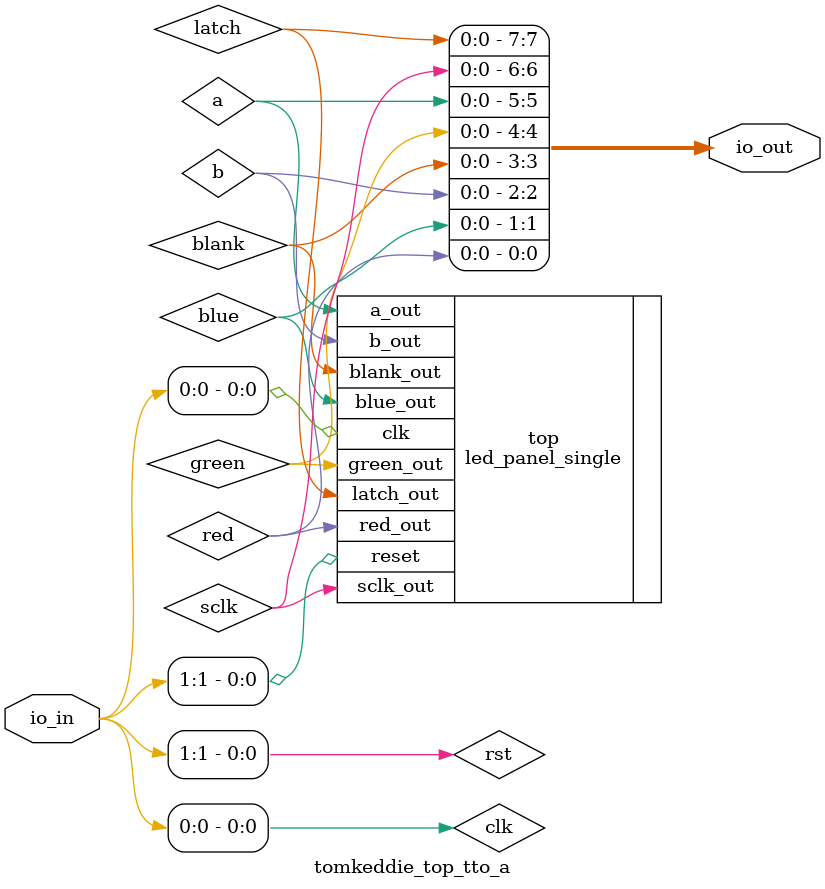
<source format=v>
`default_nettype none

module tomkeddie_top_tto_a
  #(parameter CLOCK_RATE=1000)
  (
   input [7:0]  io_in,
   output [7:0] io_out
   );

  wire          clk;
  wire          rst;
  wire          red; 
  wire          blue;
  wire          blank;
  wire          green;
  wire          sclk;
  wire          latch;
  wire [2:0]    rowmax;
  wire          a;
  wire          b;

  assign io_out[0] = red;
  assign io_out[1] = blue;
  assign io_out[2] = b;
  assign io_out[3] = blank;
  assign io_out[4] = green;
  assign io_out[5] = a;
  assign io_out[6] = sclk;
  assign io_out[7] = latch;

  assign clk       = io_in[0];
  assign rst       = io_in[1];

  // instantiate the component
  led_panel_single top(.clk(clk),
                       .reset(rst), 
                       .red_out(red),     
                       .blue_out(blue),    
                       .blank_out(blank),   
                       .green_out(green),  
                       .a_out(a),
                       .b_out(b),
                       .sclk_out(sclk),    
                       .latch_out(latch)
                       );              
  
endmodule

</source>
